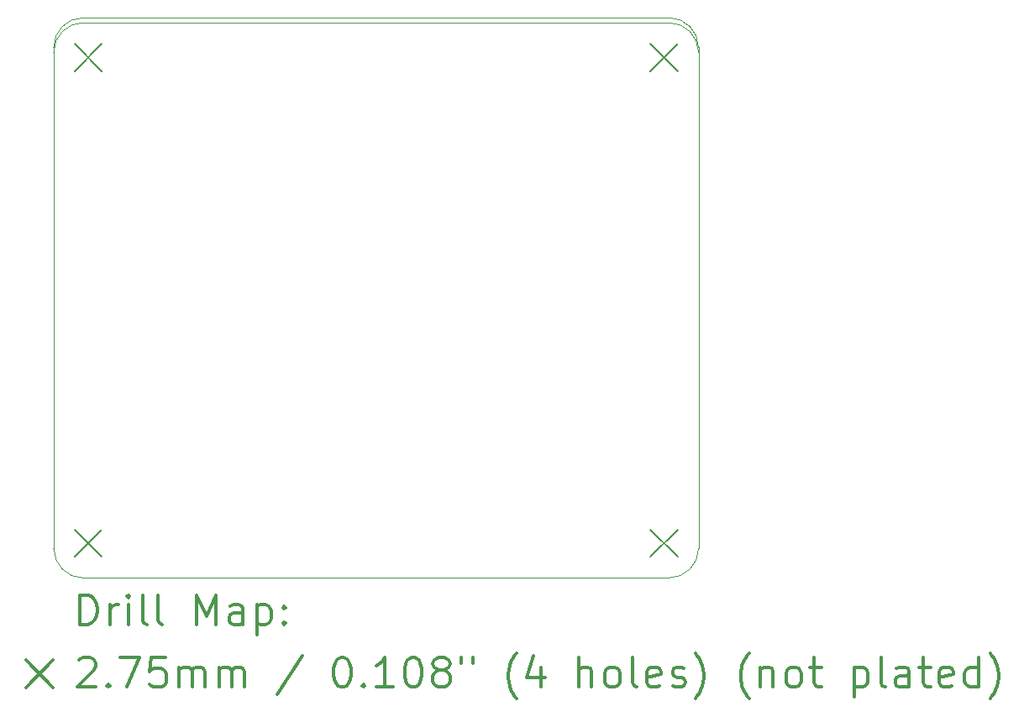
<source format=gbr>
%FSLAX45Y45*%
G04 Gerber Fmt 4.5, Leading zero omitted, Abs format (unit mm)*
G04 Created by KiCad (PCBNEW 4.0.7) date 01/22/18 00:42:28*
%MOMM*%
%LPD*%
G01*
G04 APERTURE LIST*
%ADD10C,0.127000*%
%ADD11C,0.100000*%
%ADD12C,0.200000*%
%ADD13C,0.300000*%
G04 APERTURE END LIST*
D10*
D11*
X5207000Y-9398000D02*
X5207000Y-6350000D01*
X11707000Y-5176000D02*
G75*
G03X11407000Y-4876000I-300000J0D01*
G01*
X5507000Y-4876000D02*
X11407000Y-4876000D01*
X5507000Y-4876000D02*
G75*
G03X5207000Y-5176000I0J-300000D01*
G01*
X11407000Y-10476000D02*
G75*
G03X11707000Y-10176000I0J300000D01*
G01*
X5207000Y-10176000D02*
G75*
G03X5507000Y-10476000I300000J0D01*
G01*
X5507000Y-4826000D02*
G75*
G03X5207000Y-5126000I0J-300000D01*
G01*
X11707000Y-5126000D02*
G75*
G03X11407000Y-4826000I-300000J0D01*
G01*
X5207000Y-8626000D02*
X5207000Y-10176000D01*
X5207000Y-5126000D02*
X5207000Y-6726000D01*
X5507000Y-10476000D02*
X11407000Y-10476000D01*
X11707000Y-5126000D02*
X11707000Y-10176000D01*
X5507000Y-4826000D02*
X11407000Y-4826000D01*
D12*
X5419500Y-5088500D02*
X5694500Y-5363500D01*
X5694500Y-5088500D02*
X5419500Y-5363500D01*
X5419500Y-9988500D02*
X5694500Y-10263500D01*
X5694500Y-9988500D02*
X5419500Y-10263500D01*
X11219500Y-5088500D02*
X11494500Y-5363500D01*
X11494500Y-5088500D02*
X11219500Y-5363500D01*
X11219500Y-9988500D02*
X11494500Y-10263500D01*
X11494500Y-9988500D02*
X11219500Y-10263500D01*
D13*
X5473429Y-10946714D02*
X5473429Y-10646714D01*
X5544857Y-10646714D01*
X5587714Y-10661000D01*
X5616286Y-10689572D01*
X5630571Y-10718143D01*
X5644857Y-10775286D01*
X5644857Y-10818143D01*
X5630571Y-10875286D01*
X5616286Y-10903857D01*
X5587714Y-10932429D01*
X5544857Y-10946714D01*
X5473429Y-10946714D01*
X5773428Y-10946714D02*
X5773428Y-10746714D01*
X5773428Y-10803857D02*
X5787714Y-10775286D01*
X5802000Y-10761000D01*
X5830571Y-10746714D01*
X5859143Y-10746714D01*
X5959143Y-10946714D02*
X5959143Y-10746714D01*
X5959143Y-10646714D02*
X5944857Y-10661000D01*
X5959143Y-10675286D01*
X5973428Y-10661000D01*
X5959143Y-10646714D01*
X5959143Y-10675286D01*
X6144857Y-10946714D02*
X6116286Y-10932429D01*
X6102000Y-10903857D01*
X6102000Y-10646714D01*
X6302000Y-10946714D02*
X6273428Y-10932429D01*
X6259143Y-10903857D01*
X6259143Y-10646714D01*
X6644857Y-10946714D02*
X6644857Y-10646714D01*
X6744857Y-10861000D01*
X6844857Y-10646714D01*
X6844857Y-10946714D01*
X7116286Y-10946714D02*
X7116286Y-10789572D01*
X7102000Y-10761000D01*
X7073428Y-10746714D01*
X7016286Y-10746714D01*
X6987714Y-10761000D01*
X7116286Y-10932429D02*
X7087714Y-10946714D01*
X7016286Y-10946714D01*
X6987714Y-10932429D01*
X6973428Y-10903857D01*
X6973428Y-10875286D01*
X6987714Y-10846714D01*
X7016286Y-10832429D01*
X7087714Y-10832429D01*
X7116286Y-10818143D01*
X7259143Y-10746714D02*
X7259143Y-11046714D01*
X7259143Y-10761000D02*
X7287714Y-10746714D01*
X7344857Y-10746714D01*
X7373428Y-10761000D01*
X7387714Y-10775286D01*
X7402000Y-10803857D01*
X7402000Y-10889572D01*
X7387714Y-10918143D01*
X7373428Y-10932429D01*
X7344857Y-10946714D01*
X7287714Y-10946714D01*
X7259143Y-10932429D01*
X7530571Y-10918143D02*
X7544857Y-10932429D01*
X7530571Y-10946714D01*
X7516286Y-10932429D01*
X7530571Y-10918143D01*
X7530571Y-10946714D01*
X7530571Y-10761000D02*
X7544857Y-10775286D01*
X7530571Y-10789572D01*
X7516286Y-10775286D01*
X7530571Y-10761000D01*
X7530571Y-10789572D01*
X4927000Y-11303500D02*
X5202000Y-11578500D01*
X5202000Y-11303500D02*
X4927000Y-11578500D01*
X5459143Y-11305286D02*
X5473429Y-11291000D01*
X5502000Y-11276714D01*
X5573429Y-11276714D01*
X5602000Y-11291000D01*
X5616286Y-11305286D01*
X5630571Y-11333857D01*
X5630571Y-11362429D01*
X5616286Y-11405286D01*
X5444857Y-11576714D01*
X5630571Y-11576714D01*
X5759143Y-11548143D02*
X5773428Y-11562429D01*
X5759143Y-11576714D01*
X5744857Y-11562429D01*
X5759143Y-11548143D01*
X5759143Y-11576714D01*
X5873428Y-11276714D02*
X6073428Y-11276714D01*
X5944857Y-11576714D01*
X6330571Y-11276714D02*
X6187714Y-11276714D01*
X6173428Y-11419571D01*
X6187714Y-11405286D01*
X6216286Y-11391000D01*
X6287714Y-11391000D01*
X6316286Y-11405286D01*
X6330571Y-11419571D01*
X6344857Y-11448143D01*
X6344857Y-11519571D01*
X6330571Y-11548143D01*
X6316286Y-11562429D01*
X6287714Y-11576714D01*
X6216286Y-11576714D01*
X6187714Y-11562429D01*
X6173428Y-11548143D01*
X6473428Y-11576714D02*
X6473428Y-11376714D01*
X6473428Y-11405286D02*
X6487714Y-11391000D01*
X6516286Y-11376714D01*
X6559143Y-11376714D01*
X6587714Y-11391000D01*
X6602000Y-11419571D01*
X6602000Y-11576714D01*
X6602000Y-11419571D02*
X6616286Y-11391000D01*
X6644857Y-11376714D01*
X6687714Y-11376714D01*
X6716286Y-11391000D01*
X6730571Y-11419571D01*
X6730571Y-11576714D01*
X6873428Y-11576714D02*
X6873428Y-11376714D01*
X6873428Y-11405286D02*
X6887714Y-11391000D01*
X6916286Y-11376714D01*
X6959143Y-11376714D01*
X6987714Y-11391000D01*
X7002000Y-11419571D01*
X7002000Y-11576714D01*
X7002000Y-11419571D02*
X7016286Y-11391000D01*
X7044857Y-11376714D01*
X7087714Y-11376714D01*
X7116286Y-11391000D01*
X7130571Y-11419571D01*
X7130571Y-11576714D01*
X7716286Y-11262429D02*
X7459143Y-11648143D01*
X8102000Y-11276714D02*
X8130571Y-11276714D01*
X8159143Y-11291000D01*
X8173428Y-11305286D01*
X8187714Y-11333857D01*
X8202000Y-11391000D01*
X8202000Y-11462429D01*
X8187714Y-11519571D01*
X8173428Y-11548143D01*
X8159143Y-11562429D01*
X8130571Y-11576714D01*
X8102000Y-11576714D01*
X8073428Y-11562429D01*
X8059143Y-11548143D01*
X8044857Y-11519571D01*
X8030571Y-11462429D01*
X8030571Y-11391000D01*
X8044857Y-11333857D01*
X8059143Y-11305286D01*
X8073428Y-11291000D01*
X8102000Y-11276714D01*
X8330571Y-11548143D02*
X8344857Y-11562429D01*
X8330571Y-11576714D01*
X8316286Y-11562429D01*
X8330571Y-11548143D01*
X8330571Y-11576714D01*
X8630571Y-11576714D02*
X8459143Y-11576714D01*
X8544857Y-11576714D02*
X8544857Y-11276714D01*
X8516286Y-11319571D01*
X8487714Y-11348143D01*
X8459143Y-11362429D01*
X8816286Y-11276714D02*
X8844857Y-11276714D01*
X8873428Y-11291000D01*
X8887714Y-11305286D01*
X8902000Y-11333857D01*
X8916286Y-11391000D01*
X8916286Y-11462429D01*
X8902000Y-11519571D01*
X8887714Y-11548143D01*
X8873428Y-11562429D01*
X8844857Y-11576714D01*
X8816286Y-11576714D01*
X8787714Y-11562429D01*
X8773428Y-11548143D01*
X8759143Y-11519571D01*
X8744857Y-11462429D01*
X8744857Y-11391000D01*
X8759143Y-11333857D01*
X8773428Y-11305286D01*
X8787714Y-11291000D01*
X8816286Y-11276714D01*
X9087714Y-11405286D02*
X9059143Y-11391000D01*
X9044857Y-11376714D01*
X9030571Y-11348143D01*
X9030571Y-11333857D01*
X9044857Y-11305286D01*
X9059143Y-11291000D01*
X9087714Y-11276714D01*
X9144857Y-11276714D01*
X9173428Y-11291000D01*
X9187714Y-11305286D01*
X9202000Y-11333857D01*
X9202000Y-11348143D01*
X9187714Y-11376714D01*
X9173428Y-11391000D01*
X9144857Y-11405286D01*
X9087714Y-11405286D01*
X9059143Y-11419571D01*
X9044857Y-11433857D01*
X9030571Y-11462429D01*
X9030571Y-11519571D01*
X9044857Y-11548143D01*
X9059143Y-11562429D01*
X9087714Y-11576714D01*
X9144857Y-11576714D01*
X9173428Y-11562429D01*
X9187714Y-11548143D01*
X9202000Y-11519571D01*
X9202000Y-11462429D01*
X9187714Y-11433857D01*
X9173428Y-11419571D01*
X9144857Y-11405286D01*
X9316286Y-11276714D02*
X9316286Y-11333857D01*
X9430571Y-11276714D02*
X9430571Y-11333857D01*
X9873428Y-11691000D02*
X9859143Y-11676714D01*
X9830571Y-11633857D01*
X9816286Y-11605286D01*
X9802000Y-11562429D01*
X9787714Y-11491000D01*
X9787714Y-11433857D01*
X9802000Y-11362429D01*
X9816286Y-11319571D01*
X9830571Y-11291000D01*
X9859143Y-11248143D01*
X9873428Y-11233857D01*
X10116286Y-11376714D02*
X10116286Y-11576714D01*
X10044857Y-11262429D02*
X9973428Y-11476714D01*
X10159143Y-11476714D01*
X10502000Y-11576714D02*
X10502000Y-11276714D01*
X10630571Y-11576714D02*
X10630571Y-11419571D01*
X10616286Y-11391000D01*
X10587714Y-11376714D01*
X10544857Y-11376714D01*
X10516286Y-11391000D01*
X10502000Y-11405286D01*
X10816286Y-11576714D02*
X10787714Y-11562429D01*
X10773428Y-11548143D01*
X10759143Y-11519571D01*
X10759143Y-11433857D01*
X10773428Y-11405286D01*
X10787714Y-11391000D01*
X10816286Y-11376714D01*
X10859143Y-11376714D01*
X10887714Y-11391000D01*
X10902000Y-11405286D01*
X10916286Y-11433857D01*
X10916286Y-11519571D01*
X10902000Y-11548143D01*
X10887714Y-11562429D01*
X10859143Y-11576714D01*
X10816286Y-11576714D01*
X11087714Y-11576714D02*
X11059143Y-11562429D01*
X11044857Y-11533857D01*
X11044857Y-11276714D01*
X11316286Y-11562429D02*
X11287714Y-11576714D01*
X11230571Y-11576714D01*
X11202000Y-11562429D01*
X11187714Y-11533857D01*
X11187714Y-11419571D01*
X11202000Y-11391000D01*
X11230571Y-11376714D01*
X11287714Y-11376714D01*
X11316286Y-11391000D01*
X11330571Y-11419571D01*
X11330571Y-11448143D01*
X11187714Y-11476714D01*
X11444857Y-11562429D02*
X11473428Y-11576714D01*
X11530571Y-11576714D01*
X11559143Y-11562429D01*
X11573428Y-11533857D01*
X11573428Y-11519571D01*
X11559143Y-11491000D01*
X11530571Y-11476714D01*
X11487714Y-11476714D01*
X11459143Y-11462429D01*
X11444857Y-11433857D01*
X11444857Y-11419571D01*
X11459143Y-11391000D01*
X11487714Y-11376714D01*
X11530571Y-11376714D01*
X11559143Y-11391000D01*
X11673428Y-11691000D02*
X11687714Y-11676714D01*
X11716286Y-11633857D01*
X11730571Y-11605286D01*
X11744857Y-11562429D01*
X11759143Y-11491000D01*
X11759143Y-11433857D01*
X11744857Y-11362429D01*
X11730571Y-11319571D01*
X11716286Y-11291000D01*
X11687714Y-11248143D01*
X11673428Y-11233857D01*
X12216286Y-11691000D02*
X12202000Y-11676714D01*
X12173428Y-11633857D01*
X12159143Y-11605286D01*
X12144857Y-11562429D01*
X12130571Y-11491000D01*
X12130571Y-11433857D01*
X12144857Y-11362429D01*
X12159143Y-11319571D01*
X12173428Y-11291000D01*
X12202000Y-11248143D01*
X12216286Y-11233857D01*
X12330571Y-11376714D02*
X12330571Y-11576714D01*
X12330571Y-11405286D02*
X12344857Y-11391000D01*
X12373428Y-11376714D01*
X12416286Y-11376714D01*
X12444857Y-11391000D01*
X12459143Y-11419571D01*
X12459143Y-11576714D01*
X12644857Y-11576714D02*
X12616286Y-11562429D01*
X12602000Y-11548143D01*
X12587714Y-11519571D01*
X12587714Y-11433857D01*
X12602000Y-11405286D01*
X12616286Y-11391000D01*
X12644857Y-11376714D01*
X12687714Y-11376714D01*
X12716286Y-11391000D01*
X12730571Y-11405286D01*
X12744857Y-11433857D01*
X12744857Y-11519571D01*
X12730571Y-11548143D01*
X12716286Y-11562429D01*
X12687714Y-11576714D01*
X12644857Y-11576714D01*
X12830571Y-11376714D02*
X12944857Y-11376714D01*
X12873428Y-11276714D02*
X12873428Y-11533857D01*
X12887714Y-11562429D01*
X12916286Y-11576714D01*
X12944857Y-11576714D01*
X13273428Y-11376714D02*
X13273428Y-11676714D01*
X13273428Y-11391000D02*
X13302000Y-11376714D01*
X13359143Y-11376714D01*
X13387714Y-11391000D01*
X13402000Y-11405286D01*
X13416286Y-11433857D01*
X13416286Y-11519571D01*
X13402000Y-11548143D01*
X13387714Y-11562429D01*
X13359143Y-11576714D01*
X13302000Y-11576714D01*
X13273428Y-11562429D01*
X13587714Y-11576714D02*
X13559143Y-11562429D01*
X13544857Y-11533857D01*
X13544857Y-11276714D01*
X13830571Y-11576714D02*
X13830571Y-11419571D01*
X13816286Y-11391000D01*
X13787714Y-11376714D01*
X13730571Y-11376714D01*
X13702000Y-11391000D01*
X13830571Y-11562429D02*
X13802000Y-11576714D01*
X13730571Y-11576714D01*
X13702000Y-11562429D01*
X13687714Y-11533857D01*
X13687714Y-11505286D01*
X13702000Y-11476714D01*
X13730571Y-11462429D01*
X13802000Y-11462429D01*
X13830571Y-11448143D01*
X13930571Y-11376714D02*
X14044857Y-11376714D01*
X13973429Y-11276714D02*
X13973429Y-11533857D01*
X13987714Y-11562429D01*
X14016286Y-11576714D01*
X14044857Y-11576714D01*
X14259143Y-11562429D02*
X14230571Y-11576714D01*
X14173429Y-11576714D01*
X14144857Y-11562429D01*
X14130571Y-11533857D01*
X14130571Y-11419571D01*
X14144857Y-11391000D01*
X14173429Y-11376714D01*
X14230571Y-11376714D01*
X14259143Y-11391000D01*
X14273429Y-11419571D01*
X14273429Y-11448143D01*
X14130571Y-11476714D01*
X14530571Y-11576714D02*
X14530571Y-11276714D01*
X14530571Y-11562429D02*
X14502000Y-11576714D01*
X14444857Y-11576714D01*
X14416286Y-11562429D01*
X14402000Y-11548143D01*
X14387714Y-11519571D01*
X14387714Y-11433857D01*
X14402000Y-11405286D01*
X14416286Y-11391000D01*
X14444857Y-11376714D01*
X14502000Y-11376714D01*
X14530571Y-11391000D01*
X14644857Y-11691000D02*
X14659143Y-11676714D01*
X14687714Y-11633857D01*
X14702000Y-11605286D01*
X14716286Y-11562429D01*
X14730571Y-11491000D01*
X14730571Y-11433857D01*
X14716286Y-11362429D01*
X14702000Y-11319571D01*
X14687714Y-11291000D01*
X14659143Y-11248143D01*
X14644857Y-11233857D01*
M02*

</source>
